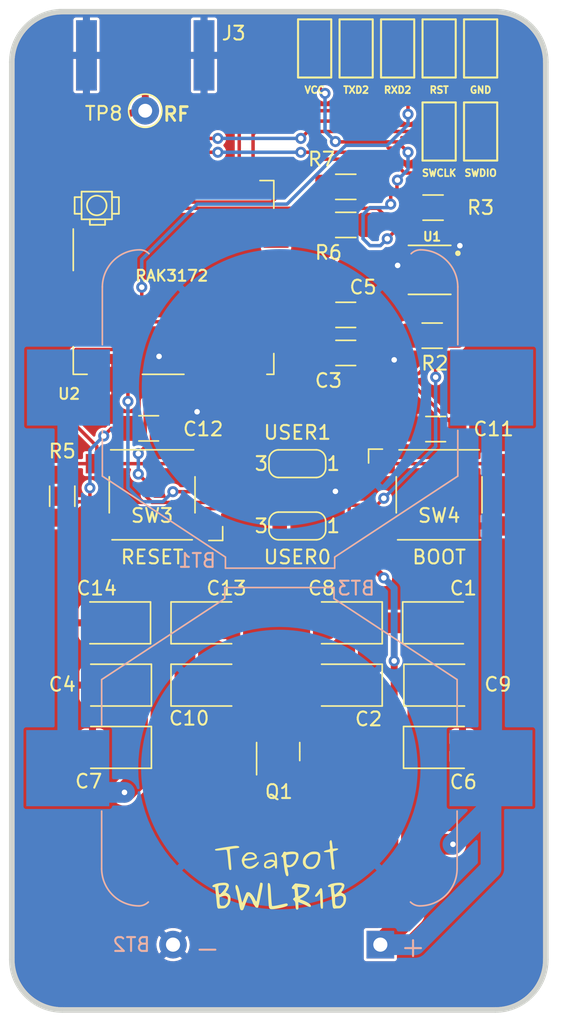
<source format=kicad_pcb>
(kicad_pcb (version 20211014) (generator pcbnew)
  (title_block (title "Teapot BWLR1B") (date "2022-07-06") (rev "1") (company "Teapot Laboratories"))
  (layers (0 "F.Cu" signal) (31 "B.Cu" signal) (34 "B.Paste" user) (35 "F.Paste" user) (36 "B.SilkS" user "B.Silkscreen") (37 "F.SilkS" user "F.Silkscreen") (38 "B.Mask" user) (39 "F.Mask" user) (44 "Edge.Cuts" user))
  (net 0 "")
  (net 1 "/BATT+")
  (net 2 "GND")
  (net 3 "/USER0")
  (net 4 "VCC")
  (net 5 "/USER1")
  (net 6 "/RST")
  (net 7 "/SWDIO")
  (net 8 "/SWCLK")
  (net 9 "/RXD2")
  (net 10 "/TXD2")
  (net 11 "/RF")
  (net 12 "Net-(R2-Pad2)")
  (net 13 "Net-(R3-Pad2)")
  (net 14 "/SDA")
  (net 15 "/SCL")
  (net 16 "Net-(SW4-Pad1)")
  (footprint "Capacitor_SMD:C_1206_3216Metric_Pad1.33x1.80mm_HandSolder" (layer "F.Cu") (at 158 58.75 180)
    (fp_text reference "C5")
    (fp_text value "100nF")
  )
  (footprint "Button_Switch_SMD:SW_SPST_Omron_B3FS-100xP" (layer "F.Cu") (at 164.75 71.75)
    (fp_text reference "SW4")
    (fp_text value "BOOT")
  )
  (footprint "TestPoint:TestPoint_Keystone_5019_Minature" (layer "F.Cu") (at 167.75 39.5 90)
    (fp_text reference "TP7")
    (fp_text value "GND")
  )
  (footprint "Teapot:RAK3172" (layer "F.Cu") (at 137.7975 63.545)
    (fp_text reference "U2")
    (fp_text value "RAK3172")
  )
  (footprint "TestPoint:TestPoint_Keystone_5019_Minature" (layer "F.Cu") (at 161.75 39.5 90)
    (fp_text reference "TP4")
    (fp_text value "RXD2")
  )
  (footprint "Teapot:TextLogo_Teapot" (layer "F.Cu") (at 153.85843 97.261173)
    (fp_text reference "REF**")
    (fp_text value "TextLogo_Teapot")
  )
  (footprint "Resistor_SMD:R_1206_3216Metric_Pad1.30x1.75mm_HandSolder" (layer "F.Cu") (at 158 49.5)
    (fp_text reference "R7")
    (fp_text value "10K")
  )
  (footprint "Jumper:SolderJumper-3_P1.3mm_Bridged12_RoundedPad1.0x1.5mm_NumberLabels" (layer "F.Cu") (at 154.5 74 180)
    (fp_text reference "JP1")
    (fp_text value "USER0")
  )
  (footprint "Capacitor_Tantalum_SMD:CP_EIA-3528-15_AVX-H_Pad1.50x2.35mm_HandSolder" (layer "F.Cu") (at 164.8375 85.5)
    (fp_text reference "C9")
    (fp_text value "330uF")
  )
  (footprint "Resistor_SMD:R_1206_3216Metric_Pad1.30x1.75mm_HandSolder" (layer "F.Cu") (at 164.25 60.25 180)
    (fp_text reference "R2")
    (fp_text value "10K")
  )
  (footprint "Teapot:SMA_Amphenol_132289_EdgeMount" (layer "F.Cu") (at 143.5 40 -90)
    (fp_text reference "J3")
    (fp_text value "915MHz SMA")
  )
  (footprint "TestPoint:TestPoint_Keystone_5019_Minature" (layer "F.Cu") (at 164.75 39.5 90)
    (fp_text reference "TP5")
    (fp_text value "RST")
  )
  (footprint "Capacitor_Tantalum_SMD:CP_EIA-3528-15_AVX-H_Pad1.50x2.35mm_HandSolder" (layer "F.Cu") (at 158 81 180)
    (fp_text reference "C8")
    (fp_text value "330uF")
  )
  (footprint "Capacitor_Tantalum_SMD:CP_EIA-3528-15_AVX-H_Pad1.50x2.35mm_HandSolder" (layer "F.Cu") (at 148 85.5)
    (fp_text reference "C10")
    (fp_text value "330uF")
  )
  (footprint "Capacitor_Tantalum_SMD:CP_EIA-3528-15_AVX-H_Pad1.50x2.35mm_HandSolder" (layer "F.Cu") (at 158 85.5 180)
    (fp_text reference "C2")
    (fp_text value "330uF")
  )
  (footprint "Capacitor_Tantalum_SMD:CP_EIA-3528-15_AVX-H_Pad1.50x2.35mm_HandSolder" (layer "F.Cu") (at 141.3125 85.5 180)
    (fp_text reference "C4")
    (fp_text value "330uF")
  )
  (footprint "Teapot:EdgeCut_BWLR2" (layer "F.Cu") (at 151.75 74.75)
    (fp_text reference "G***")
    (fp_text value "LOGO" hide)
    (fp_line (start -17.169881 -36.442702) (end -17.061525 -36.580587) (layer "Edge.Cuts") (width 0.402166))
    (fp_line (start -15.665753 33.934646) (end -15.827434 33.861551) (layer "Edge.Cuts") (width 0.402166))
    (fp_line (start 18.483735 33.934646) (end 18.317983 34) (layer "Edge.Cuts") (width 0.402166))
    (fp_line (start 19.376206 -37.082253) (end 19.512776 -36.964598) (layer "Edge.Cuts") (width 0.402166))
    (fp_line (start -17.895008 30.571479) (end -17.895007 -34.258848) (layer "Edge.Cuts") (width 0.402166))
    (fp_line (start -16.42886 -37.183723) (end -16.285757 -37.285486) (layer "Edge.Cuts") (width 0.402166))
    (fp_line (start 20.712992 30.571479) (end 20.708242 30.759307) (layer "Edge.Cuts") (width 0.402166))
    (fp_line (start -17.535078 32.153905) (end -17.608173 31.992224) (layer "Edge.Cuts") (width 0.402166))
    (fp_line (start 18.936986 -37.391055) (end 19.088012 -37.295606) (layer "Edge.Cuts") (width 0.402166))
    (fp_line (start -16.946804 33.025658) (end -17.061526 32.893219) (layer "Edge.Cuts") (width 0.402166))
    (fp_line (start 20.55522 -35.320397) (end 20.602912 -35.148537) (layer "Edge.Cuts") (width 0.402166))
    (fp_line (start -15.984815 33.780946) (end -16.137666 33.693058) (layer "Edge.Cuts") (width 0.402166))
    (fp_line (start -15.1572 34.10657) (end -15.330406 34.057384) (layer "Edge.Cuts") (width 0.402166))
    (fp_line (start -17.895008 30.571479) (end -17.895008 30.571479) (layer "Edge.Cuts") (width 0.402166))
    (fp_line (start 20.708242 30.759307) (end 20.694147 30.94467) (layer "Edge.Cuts") (width 0.402166))
    (fp_line (start 19.643929 -36.839788) (end 19.768739 -36.708635) (layer "Edge.Cuts") (width 0.402166))
    (fp_line (start -17.673527 31.826471) (end -17.730911 31.656877) (layer "Edge.Cuts") (width 0.402166))
    (fp_line (start 20.089629 32.612229) (end 19.987866 32.755333) (layer "Edge.Cuts") (width 0.402166))
    (fp_line (start 20.282998 -35.977599) (end 20.363024 -35.818432) (layer "Edge.Cuts") (width 0.402166))
    (fp_line (start 18.148389 34.057384) (end 17.975182 34.10657) (layer "Edge.Cuts") (width 0.402166))
    (fp_line (start 20.672991 -34.797843) (end 20.695131 -34.619606) (layer "Edge.Cuts") (width 0.402166))
    (fp_line (start -17.780096 31.483671) (end -17.820853 31.307081) (layer "Edge.Cuts") (width 0.402166))
    (fp_line (start 19.764788 33.025658) (end 19.643931 33.15242) (layer "Edge.Cuts") (width 0.402166))
    (fp_line (start -14.432837 34.216732) (end -14.618199 34.202637) (layer "Edge.Cuts") (width 0.402166))
    (fp_line (start 19.768739 -36.708635) (end 19.886395 -36.572065) (layer "Edge.Cuts") (width 0.402166))
    (fp_line (start 17.952679 -37.798768) (end 18.124539 -37.751076) (layer "Edge.Cuts") (width 0.402166))
    (fp_line (start -15.330406 34.057384) (end -15.5 34) (layer "Edge.Cuts") (width 0.402166))
    (fp_line (start -15.827433 -37.548919) (end -15.665752 -37.622013) (layer "Edge.Cuts") (width 0.402166))
    (fp_line (start -17.169882 32.755333) (end -17.271645 32.612229) (layer "Edge.Cuts") (width 0.402166))
    (fp_line (start -16.825947 -36.839788) (end -16.699185 -36.960645) (layer "Edge.Cuts") (width 0.402166))
    (fp_line (start 17.975182 34.10657) (end 17.798592 34.147326) (layer "Edge.Cuts") (width 0.402166))
    (fp_line (start -16.285758 33.598118) (end -16.428861 33.496355) (layer "Edge.Cuts") (width 0.402166))
    (fp_line (start 17.778395 -37.838067) (end 17.952679 -37.798768) (layer "Edge.Cuts") (width 0.402166))
    (fp_line (start -16.137665 -37.380426) (end -15.984814 -37.468313) (layer "Edge.Cuts") (width 0.402166))
    (fp_line (start -17.73091 -35.344247) (end -17.673526 -35.513841) (layer "Edge.Cuts") (width 0.402166))
    (fp_line (start -17.454472 -35.998655) (end -17.366584 -36.151506) (layer "Edge.Cuts") (width 0.402166))
    (fp_line (start 19.996772 -36.430377) (end 20.099748 -36.28387) (layer "Edge.Cuts") (width 0.402166))
    (fp_line (start -14.98061 34.147326) (end -15.1572 34.10657) (layer "Edge.Cuts") (width 0.402166))
    (fp_line (start -16.137666 33.693058) (end -16.285758 33.598118) (layer "Edge.Cuts") (width 0.402166))
    (fp_line (start 20.499259 -35.489532) (end 20.55522 -35.320397) (layer "Edge.Cuts") (width 0.402166))
    (fp_line (start -17.271645 32.612229) (end -17.366585 32.464137) (layer "Edge.Cuts") (width 0.402166))
    (fp_line (start -17.895007 -34.258848) (end -17.890258 -34.446677) (layer "Edge.Cuts") (width 0.402166))
    (fp_line (start -15.827434 33.861551) (end -15.984815 33.780946) (layer "Edge.Cuts") (width 0.402166))
    (fp_line (start 18.955649 33.693058) (end 18.802798 33.780946) (layer "Edge.Cuts") (width 0.402166))
    (fp_line (start 19.246844 33.496355) (end 19.103741 33.598118) (layer "Edge.Cuts") (width 0.402166))
    (fp_line (start -17.366585 32.464137) (end -17.454473 32.311286) (layer "Edge.Cuts") (width 0.402166))
    (fp_line (start 19.987866 32.755333) (end 19.879509 32.893219) (layer "Edge.Cuts") (width 0.402166))
    (fp_line (start 20.184569 32.464137) (end 20.089629 32.612229) (layer "Edge.Cuts") (width 0.402166))
    (fp_line (start -17.895007 -34.258848) (end -17.895007 -34.258848) (layer "Edge.Cuts") (width 0.402166))
    (fp_line (start -15.5 34) (end -15.665753 33.934646) (layer "Edge.Cuts") (width 0.402166))
    (fp_line (start -15.5 -37.687367) (end -15.330406 -37.744752) (layer "Edge.Cuts") (width 0.402166))
    (fp_line (start 17.243982 -37.904363) (end 17.423747 -37.890988) (layer "Edge.Cuts") (width 0.402166))
    (fp_line (start -17.535078 -35.841274) (end -17.454472 -35.998655) (layer "Edge.Cuts") (width 0.402166))
    (fp_line (start -17.890259 30.759307) (end -17.895008 30.571479) (layer "Edge.Cuts") (width 0.402166))
    (fp_line (start -16.699186 33.273276) (end -16.825948 33.15242) (layer "Edge.Cuts") (width 0.402166))
    (fp_line (start -17.061525 -36.580587) (end -16.946803 -36.713026) (layer "Edge.Cuts") (width 0.402166))
    (fp_line (start -14.245008 34.221482) (end -14.432837 34.216732) (layer "Edge.Cuts") (width 0.402166))
    (fp_line (start 17.250818 34.216732) (end 17.062989 34.221482) (layer "Edge.Cuts") (width 0.402166))
    (fp_line (start 17.436181 34.202637) (end 17.250818 34.216732) (layer "Edge.Cuts") (width 0.402166))
    (fp_line (start 20.602912 -35.148537) (end 20.64221 -34.974253) (layer "Edge.Cuts") (width 0.402166))
    (fp_line (start -17.852952 31.127338) (end -17.876164 30.94467) (layer "Edge.Cuts") (width 0.402166))
    (fp_line (start -17.366584 -36.151506) (end -17.271644 -36.299598) (layer "Edge.Cuts") (width 0.402166))
    (fp_line (start -14.800867 34.179425) (end -14.98061 34.147326) (layer "Edge.Cuts") (width 0.402166))
    (fp_line (start -16.825948 33.15242) (end -16.946804 33.025658) (layer "Edge.Cuts") (width 0.402166))
    (fp_line (start 17.601984 -37.868848) (end 17.778395 -37.838067) (layer "Edge.Cuts") (width 0.402166))
    (fp_line (start 18.78174 -37.478855) (end 18.936986 -37.391055) (layer "Edge.Cuts") (width 0.402166))
    (fp_line (start 18.802798 33.780946) (end 18.645417 33.861551) (layer "Edge.Cuts") (width 0.402166))
    (fp_line (start 17.798592 34.147326) (end 17.618849 34.179425) (layer "Edge.Cuts") (width 0.402166))
    (fp_line (start -16.428861 33.496355) (end -16.566747 33.387998) (layer "Edge.Cuts") (width 0.402166))
    (fp_line (start -14.245007 -37.908848) (end 17.062989 -37.908848) (layer "Edge.Cuts") (width 0.402166))
    (fp_line (start 17.618849 34.179425) (end 17.436181 34.202637) (layer "Edge.Cuts") (width 0.402166))
    (fp_line (start -17.852951 -34.814707) (end -17.820852 -34.994451) (layer "Edge.Cuts") (width 0.402166))
    (fp_line (start 17.062989 34.221482) (end -14.245008 34.221482) (layer "Edge.Cuts") (width 0.402166))
    (fp_line (start -16.946803 -36.713026) (end -16.825947 -36.839788) (layer "Edge.Cuts") (width 0.402166))
    (fp_line (start 20.363024 -35.818432) (end 20.435152 -35.655643) (layer "Edge.Cuts") (width 0.402166))
    (fp_line (start -16.285757 -37.285486) (end -16.137665 -37.380426) (layer "Edge.Cuts") (width 0.402166))
    (fp_line (start -14.618199 34.202637) (end -14.800867 34.179425) (layer "Edge.Cuts") (width 0.402166))
    (fp_line (start 20.548895 31.656877) (end 20.491511 31.826471) (layer "Edge.Cuts") (width 0.402166))
    (fp_line (start -16.566747 33.387998) (end -16.699186 33.273276) (layer "Edge.Cuts") (width 0.402166))
    (fp_line (start 19.879509 32.893219) (end 19.764788 33.025658) (layer "Edge.Cuts") (width 0.402166))
    (fp_line (start 19.643929 -36.839788) (end 19.643929 -36.839788) (layer "Edge.Cuts") (width 0.402166))
    (fp_line (start 19.234518 -37.19263) (end 19.376206 -37.082253) (layer "Edge.Cuts") (width 0.402166))
    (fp_line (start -16.699185 -36.960645) (end -16.566746 -37.075366) (layer "Edge.Cuts") (width 0.402166))
    (fp_line (start -17.895007 -34.258848) (end -17.895007 -34.258848) (layer "Edge.Cuts") (width 0.402166))
    (fp_line (start -17.820853 31.307081) (end -17.852952 31.127338) (layer "Edge.Cuts") (width 0.402166))
    (fp_line (start 18.124539 -37.751076) (end 18.293673 -37.695115) (layer "Edge.Cuts") (width 0.402166))
    (fp_line (start -15.984814 -37.468313) (end -15.827433 -37.548919) (layer "Edge.Cuts") (width 0.402166))
    (fp_line (start -17.876163 -34.63204) (end -17.852951 -34.814707) (layer "Edge.Cuts") (width 0.402166))
    (fp_line (start -14.98061 -37.834693) (end -14.800866 -37.866792) (layer "Edge.Cuts") (width 0.402166))
    (fp_line (start -17.271644 -36.299598) (end -17.169881 -36.442702) (layer "Edge.Cuts") (width 0.402166))
    (fp_line (start -14.432836 -37.904099) (end -14.245007 -37.908848) (layer "Edge.Cuts") (width 0.402166))
    (fp_line (start -17.820852 -34.994451) (end -17.780096 -35.17104) (layer "Edge.Cuts") (width 0.402166))
    (fp_line (start 19.088012 -37.295606) (end 19.234518 -37.19263) (layer "Edge.Cuts") (width 0.402166))
    (fp_line (start -14.618199 -37.890004) (end -14.432836 -37.904099) (layer "Edge.Cuts") (width 0.402166))
    (fp_line (start 17.062989 -37.908848) (end 17.062989 -37.908848) (layer "Edge.Cuts") (width 0.402166))
    (fp_line (start -17.061526 32.893219) (end -17.169882 32.755333) (layer "Edge.Cuts") (width 0.402166))
    (fp_line (start 19.643931 33.15242) (end 19.517169 33.273276) (layer "Edge.Cuts") (width 0.402166))
    (fp_line (start 19.38473 33.387998) (end 19.246844 33.496355) (layer "Edge.Cuts") (width 0.402166))
    (fp_line (start -16.566746 -37.075366) (end -16.42886 -37.183723) (layer "Edge.Cuts") (width 0.402166))
    (fp_line (start 20.708506 -34.439841) (end 20.712992 -34.258848) (layer "Edge.Cuts") (width 0.402166))
    (fp_line (start -14.245007 -37.908848) (end -14.245007 -37.908848) (layer "Edge.Cuts") (width 0.402166))
    (fp_line (start 18.459785 -37.631009) (end 18.622574 -37.55888) (layer "Edge.Cuts") (width 0.402166))
    (fp_line (start 19.517169 33.273276) (end 19.38473 33.387998) (layer "Edge.Cuts") (width 0.402166))
    (fp_line (start 17.062989 -37.908848) (end 17.243982 -37.904363) (layer "Edge.Cuts") (width 0.402166))
    (fp_line (start 20.712992 30.571479) (end 20.712992 30.571479) (layer "Edge.Cuts") (width 0.402166))
    (fp_line (start 18.622574 -37.55888) (end 18.78174 -37.478855) (layer "Edge.Cuts") (width 0.402166))
    (fp_line (start 20.353062 32.153905) (end 20.272456 32.311286) (layer "Edge.Cuts") (width 0.402166))
    (fp_line (start 20.59808 31.483671) (end 20.548895 31.656877) (layer "Edge.Cuts") (width 0.402166))
    (fp_line (start -17.608172 -35.679593) (end -17.535078 -35.841274) (layer "Edge.Cuts") (width 0.402166))
    (fp_line (start 17.423747 -37.890988) (end 17.601984 -37.868848) (layer "Edge.Cuts") (width 0.402166))
    (fp_line (start 19.886395 -36.572065) (end 19.996772 -36.430377) (layer "Edge.Cuts") (width 0.402166))
    (fp_line (start 20.426157 31.992224) (end 20.353062 32.153905) (layer "Edge.Cuts") (width 0.402166))
    (fp_line (start -15.665752 -37.622013) (end -15.5 -37.687367) (layer "Edge.Cuts") (width 0.402166))
    (fp_line (start 18.645417 33.861551) (end 18.483735 33.934646) (layer "Edge.Cuts") (width 0.402166))
    (fp_line (start 20.712992 -34.258848) (end 20.712992 30.571479) (layer "Edge.Cuts") (width 0.402166))
    (fp_line (start 20.638837 31.307081) (end 20.59808 31.483671) (layer "Edge.Cuts") (width 0.402166))
    (fp_line (start -17.730911 31.656877) (end -17.780096 31.483671) (layer "Edge.Cuts") (width 0.402166))
    (fp_line (start 20.694147 30.94467) (end 20.670936 31.127338) (layer "Edge.Cuts") (width 0.402166))
    (fp_line (start 20.272456 32.311286) (end 20.184569 32.464137) (layer "Edge.Cuts") (width 0.402166))
    (fp_line (start -17.876164 30.94467) (end -17.890259 30.759307) (layer "Edge.Cuts") (width 0.402166))
    (fp_line (start -17.780096 -35.17104) (end -17.73091 -35.344247) (layer "Edge.Cuts") (width 0.402166))
    (fp_line (start 20.099748 -36.28387) (end 20.195198 -36.132845) (layer "Edge.Cuts") (width 0.402166))
    (fp_line (start 17.062989 34.221482) (end 17.062989 34.221482) (layer "Edge.Cuts") (width 0.402166))
    (fp_line (start 20.670936 31.127338) (end 20.638837 31.307081) (layer "Edge.Cuts") (width 0.402166))
    (fp_line (start -17.673526 -35.513841) (end -17.608172 -35.679593) (layer "Edge.Cuts") (width 0.402166))
    (fp_line (start 20.64221 -34.974253) (end 20.672991 -34.797843) (layer "Edge.Cuts") (width 0.402166))
    (fp_line (start -14.800866 -37.866792) (end -14.618199 -37.890004) (layer "Edge.Cuts") (width 0.402166))
    (fp_line (start 20.195198 -36.132845) (end 20.282998 -35.977599) (layer "Edge.Cuts") (width 0.402166))
    (fp_line (start -17.890258 -34.446677) (end -17.876163 -34.63204) (layer "Edge.Cuts") (width 0.402166))
    (fp_line (start -15.330406 -37.744752) (end -15.157199 -37.793937) (layer "Edge.Cuts") (width 0.402166))
    (fp_line (start -17.454473 32.311286) (end -17.535078 32.153905) (layer "Edge.Cuts") (width 0.402166))
    (fp_line (start 20.435152 -35.655643) (end 20.499259 -35.489532) (layer "Edge.Cuts") (width 0.402166))
    (fp_line (start 20.491511 31.826471) (end 20.426157 31.992224) (layer "Edge.Cuts") (width 0.402166))
    (fp_line (start -14.245008 34.221482) (end -14.245008 34.221482) (layer "Edge.Cuts") (width 0.402166))
    (fp_line (start 18.317983 34) (end 18.148389 34.057384) (layer "Edge.Cuts") (width 0.402166))
    (fp_line (start 19.103741 33.598118) (end 18.955649 33.693058) (layer "Edge.Cuts") (width 0.402166))
    (fp_line (start 20.712992 -34.258848) (end 20.712992 -34.258848) (layer "Edge.Cuts") (width 0.402166))
    (fp_line (start 18.293673 -37.695115) (end 18.459785 -37.631009) (layer "Edge.Cuts") (width 0.402166))
    (fp_line (start -17.608173 31.992224) (end -17.673527 31.826471) (layer "Edge.Cuts") (width 0.402166))
    (fp_line (start -15.157199 -37.793937) (end -14.98061 -37.834693) (layer "Edge.Cuts") (width 0.402166))
    (fp_line (start 19.512776 -36.964598) (end 19.643929 -36.839788) (layer "Edge.Cuts") (width 0.402166))
    (fp_line (start 20.695131 -34.619606) (end 20.708506 -34.439841) (layer "Edge.Cuts") (width 0.402166))
  )
  (footprint "Capacitor_SMD:C_1206_3216Metric_Pad1.33x1.80mm_HandSolder" (layer "F.Cu") (at 143.75 66.95 180)
    (fp_text reference "C12")
    (fp_text value "100nF")
  )
  (footprint "Resistor_SMD:R_1206_3216Metric_Pad1.30x1.75mm_HandSolder" (layer "F.Cu") (at 137.5 71.85 90)
    (fp_text reference "R5")
    (fp_text value "1K")
  )
  (footprint "Button_Switch_SMD:SW_SPST_Omron_B3FS-100xP" (layer "F.Cu") (at 144 71.75 180)
    (fp_text reference "SW3")
    (fp_text value "RESET")
  )
  (footprint "Capacitor_Tantalum_SMD:CP_EIA-3528-15_AVX-H_Pad1.50x2.35mm_HandSolder" (layer "F.Cu") (at 148 81)
    (fp_text reference "C13")
    (fp_text value "330uF")
  )
  (footprint "TestPoint:TestPoint_THTPad_D2.0mm_Drill1.0mm" (layer "F.Cu") (at 143.5 44)
    (fp_text reference "TP8")
    (fp_text value "RF")
  )
  (footprint "Capacitor_Tantalum_SMD:CP_EIA-3528-15_AVX-H_Pad1.50x2.35mm_HandSolder" (layer "F.Cu") (at 141.25 81 180)
    (fp_text reference "C14")
    (fp_text value "330uF")
  )
  (footprint "TestPoint:TestPoint_Keystone_5019_Minature" (layer "F.Cu") (at 158.75 39.5 90)
    (fp_text reference "TP2")
    (fp_text value "TXD2")
  )
  (footprint "Resistor_SMD:R_1206_3216Metric_Pad1.30x1.75mm_HandSolder" (layer "F.Cu") (at 164.3125 51)
    (fp_text reference "R3")
    (fp_text value "10K")
  )
  (footprint "TestPoint:TestPoint_Keystone_5019_Minature" (layer "F.Cu") (at 155.75 39.5 90)
    (fp_text reference "TP1")
    (fp_text value "VCC")
  )
  (footprint "Capacitor_Tantalum_SMD:CP_EIA-3528-15_AVX-H_Pad1.50x2.35mm_HandSolder" (layer "F.Cu") (at 164.8125 90)
    (fp_text reference "C6")
    (fp_text value "330uF")
  )
  (footprint "TestPoint:TestPoint_Keystone_5019_Minature" (layer "F.Cu") (at 164.75 45.5 -90)
    (fp_text reference "TP6")
    (fp_text value "SWCLK")
  )
  (footprint "Capacitor_Tantalum_SMD:CP_EIA-3528-15_AVX-H_Pad1.50x2.35mm_HandSolder" (layer "F.Cu") (at 164.75 81)
    (fp_text reference "C1")
    (fp_text value "330uF")
  )
  (footprint "Resistor_SMD:R_1206_3216Metric_Pad1.30x1.75mm_HandSolder" (layer "F.Cu") (at 158 52.25)
    (fp_text reference "R6")
    (fp_text value "10K")
  )
  (footprint "Capacitor_SMD:C_1206_3216Metric_Pad1.33x1.80mm_HandSolder" (layer "F.Cu") (at 164.5 67)
    (fp_text reference "C11")
    (fp_text value "100nF")
  )
  (footprint "Teapot:BME680-PSON80P300X300X100-8N" (layer "F.Cu") (at 164.0625 55.5)
    (fp_text reference "U1")
    (fp_text value "BME680")
  )
  (footprint "Jumper:SolderJumper-3_P1.3mm_Bridged12_RoundedPad1.0x1.5mm_NumberLabels" (layer "F.Cu") (at 154.5 69.5 180)
    (fp_text reference "JP2")
    (fp_text value "USER1")
  )
  (footprint "Package_TO_SOT_SMD:SOT-23" (layer "F.Cu") (at 153.1125 90.3 90)
    (fp_text reference "Q1")
    (fp_text value "AO3407")
  )
  (footprint "Capacitor_SMD:C_1206_3216Metric_Pad1.33x1.80mm_HandSolder" (layer "F.Cu") (at 158 61.5 180)
    (fp_text reference "C3")
    (fp_text value "100nF")
  )
  (footprint "Capacitor_Tantalum_SMD:CP_EIA-3528-15_AVX-H_Pad1.50x2.35mm_HandSolder" (layer "F.Cu") (at 141.3125 90 180)
    (fp_text reference "C7")
    (fp_text value "330uF")
  )
  (footprint "Teapot:TextLogo_BWLR1B" (layer "F.Cu") (at 153.21686 100.761173)
    (fp_text reference "G***")
    (fp_text value "LOGO" hide)
  )
  (footprint "TestPoint:TestPoint_Keystone_5019_Minature" (layer "F.Cu") (at 167.75 45.5 -90)
    (fp_text reference "TP3")
    (fp_text value "SWDIO")
  )
  (footprint "Teapot:BatteryHolder_Keystone_3008_1x2450" (layer "B.Cu") (at 153.2 91.5 180)
    (fp_text reference "BT3")
    (fp_text value "CR2450")
  )
  (footprint "Teapot:BatteryHolder_Keystone_2462_2xAA" (layer "B.Cu") (at 160.5 104.25 90)
    (fp_text reference "BT2")
    (fp_text value "2x AA")
  )
  (footprint "Teapot:BatteryHolder_Keystone_3008_1x2450" (layer "B.Cu") (at 153.25 64)
    (fp_text reference "BT1")
    (fp_text value "CR2450")
  )
  (gr_text "RF" (at 145.75 44.25) (layer "F.SilkS") (effects (font (size 1 1) (thickness 0.2))))
  (segment (start 152.75 89) (end 153.1125 89.3625) (width 1.5) (layer "F.Cu") (net 1))
  (segment (start 142.9375 81.0625) (end 142.875 81) (width 1.5) (layer "F.Cu") (net 1))
  (segment (start 163.2125 85.5) (end 163.2125 89.975) (width 1.5) (layer "F.Cu") (net 1))
  (segment (start 162.75 98) (end 162.75 90.4375) (width 1.5) (layer "F.Cu") (net 1))
  (segment (start 163.125 81) (end 163.125 85.4125) (width 1.5) (layer "F.Cu") (net 1))
  (segment (start 163.2125 89.975) (end 163.1875 90) (width 1.5) (layer "F.Cu") (net 1))
  (segment (start 163.75 97) (end 162.75 98) (width 1.5) (layer "F.Cu") (net 1))
  (segment (start 158.3875 89.3625) (end 159.625 88.125) (width 1.5) (layer "F.Cu") (net 1))
  (segment (start 142.9375 90) (end 142.9375 85.5) (width 1.5) (layer "F.Cu") (net 1))
  (segment (start 160.5 104.25) (end 162.75 102) (width 1.5) (layer "F.Cu") (net 1))
  (segment (start 149.25 89) (end 152.75 89) (width 1.5) (layer "F.Cu") (net 1))
  (segment (start 142.875 81) (end 146.375 81) (width 1.5) (layer "F.Cu") (net 1))
  (segment (start 142.9375 92.3125) (end 142 93.25) (width 1.5) (layer "F.Cu") (net 1))
  (segment (start 142.9375 90) (end 142.9375 92.3125) (width 1.5) (layer "F.Cu") (net 1))
  (segment (start 142.9375 85.5) (end 142.9375 81.0625) (width 1.5) (layer "F.Cu") (net 1))
  (segment (start 163.125 85.4125) (end 163.2125 85.5) (width 1.5) (layer "F.Cu") (net 1))
  (segment (start 162.75 90.4375) (end 163.1875 90) (width 1.5) (layer "F.Cu") (net 1))
  (segment (start 148.25 90) (end 149.25 89) (width 1.5) (layer "F.Cu") (net 1))
  (segment (start 159.625 81) (end 163.125 81) (width 1.5) (layer "F.Cu") (net 1))
  (segment (start 146.375 81) (end 146.375 85.5) (width 1.5) (layer "F.Cu") (net 1))
  (segment (start 159.625 85.5) (end 159.625 81) (width 1.5) (layer "F.Cu") (net 1))
  (segment (start 162.75 102) (end 162.75 98) (width 1.5) (layer "F.Cu") (net 1))
  (segment (start 159.625 88.125) (end 159.625 85.5) (width 1.5) (layer "F.Cu") (net 1))
  (segment (start 153.1125 89.3625) (end 158.3875 89.3625) (width 1.5) (layer "F.Cu") (net 1))
  (segment (start 142.9375 90) (end 148.25 90) (width 1.5) (layer "F.Cu") (net 1))
  (segment (start 165.75 97) (end 163.75 97) (width 1.5) (layer "F.Cu") (net 1))
  (via (at 142 93.25) (size 0.8) (drill 0.4) (layers "F.Cu" "B.Cu") (net 1))
  (via (at 165.75 97) (size 0.8) (drill 0.4) (layers "F.Cu" "B.Cu") (net 1))
  (segment (start 139.65 93.25) (end 137.9 91.5) (width 1.5) (layer "B.Cu") (net 1))
  (segment (start 168.55 64) (end 168.55 91.45) (width 1.5) (layer "B.Cu") (net 1))
  (segment (start 168.5 91.5) (end 168.5 94.25) (width 1.5) (layer "B.Cu") (net 1))
  (segment (start 168.5 94.25) (end 165.75 97) (width 1.5) (layer "B.Cu") (net 1))
  (segment (start 160.5 104.25) (end 163 104.25) (width 1.5) (layer "B.Cu") (net 1))
  (segment (start 168.55 91.45) (end 168.5 91.5) (width 1.5) (layer "B.Cu") (net 1))
  (segment (start 168.5 98.75) (end 168.5 91.5) (width 1.5) (layer "B.Cu") (net 1))
  (segment (start 137.9 64.05) (end 137.95 64) (width 1.5) (layer "B.Cu") (net 1))
  (segment (start 163 104.25) (end 168.5 98.75) (width 1.5) (layer "B.Cu") (net 1))
  (segment (start 142 93.25) (end 139.65 93.25) (width 1.5) (layer "B.Cu") (net 1))
  (segment (start 137.9 91.5) (end 137.9 64.05) (width 1.5) (layer "B.Cu") (net 1))
  (segment (start 161 61.5) (end 161.5 62) (width 0.5) (layer "F.Cu") (net 2))
  (segment (start 156.75 69.5) (end 157 69.75) (width 0.25) (layer "F.Cu") (net 2))
  (segment (start 165.25 54.3) (end 165.7 54.3) (width 0.25) (layer "F.Cu") (net 2))
  (segment (start 159.5625 58.75) (end 160 58.75) (width 0.5) (layer "F.Cu") (net 2))
  (segment (start 167.75 39.5) (end 167.75 40) (width 0.25) (layer "F.Cu") (net 2))
  (segment (start 139.6875 81.0625) (end 139.625 81) (width 1.5) (layer "F.Cu") (net 2))
  (segment (start 162.875 55.1) (end 161.8255 55.1) (width 0.25) (layer "F.Cu") (net 2))
  (segment (start 159.5625 61.5) (end 161 61.5) (width 0.5) (layer "F.Cu") (net 2))
  (segment (start 157.25 70) (end 157.25 71.5) (width 0.25) (layer "F.Cu") (net 2))
  (segment (start 155.8 69.5) (end 155.8 74) (width 0.25) (layer "F.Cu") (net 2))
  (segment (start 165.7 54.3) (end 166.25 53.75) (width 0.25) (layer "F.Cu") (net 2))
  (segment (start 161.8255 55.1) (end 161.75 55.1755) (width 0.25) (layer "F.Cu") (net 2))
  (segment (start 145.3125 66.95) (end 145.3125 67.487248) (width 0.25) (layer "F.Cu") (net 2))
  (segment (start 159.5625 58.75) (end 159.5625 61.5) (width 0.5) (layer "F.Cu") (net 2))
  (segment (start 155.8 69.5) (end 156.75 69.5) (width 0.25) (layer "F.Cu") (net 2))
  (segment (start 157 69.75) (end 157.25 70) (width 0.25) (layer "F.Cu") (net 2))
  (via (at 157.25 71.5) (size 0.8) (drill 0.4) (layers "F.Cu" "B.Cu") (net 2))
  (via (at 161.75 55.1755) (size 0.8) (drill 0.4) (layers "F.Cu" "B.Cu") (net 2))
  (via (at 166.25 53.75) (size 0.8) (drill 0.4) (layers "F.Cu" "B.Cu") (net 2))
  (via (at 161.5 62) (size 0.8) (drill 0.4) (layers "F.Cu" "B.Cu") (net 2))
  (via (at 144.5 61.75) (size 0.8) (drill 0.4) (layers "F.Cu" "B.Cu") (net 2))
  (via (at 147.25 65.75) (size 0.8) (drill 0.4) (layers "F.Cu" "B.Cu") (net 2))
  (segment (start 156 66.75) (end 153.25 64) (width 1.5) (layer "B.Cu") (net 2))
  (segment (start 155.25 62) (end 153.25 64) (width 0.5) (layer "B.Cu") (net 2))
  (segment (start 157.25 68) (end 153.25 64) (width 0.25) (layer "B.Cu") (net 2))
  (segment (start 157.25 71.5) (end 157.25 68) (width 0.25) (layer "B.Cu") (net 2))
  (segment (start 158 68.75) (end 153.25 64) (width 0.5) (layer "B.Cu") (net 2))
  (segment (start 157.5 68.25) (end 153.25 64) (width 0.25) (layer "B.Cu") (net 2))
  (segment (start 161.5 62) (end 155.25 62) (width 0.5) (layer "B.Cu") (net 2))
  (segment (start 143 68.7755) (end 143.5 68.2755) (width 0.25) (layer "F.Cu") (net 3))
  (segment (start 143.5 71.75) (end 143.5 70.75) (width 0.25) (layer "F.Cu") (net 3))
  (segment (start 144 72.3) (end 143.5 71.8) (width 0.25) (layer "F.Cu") (net 3))
  (segment (start 154.5 74) (end 154.5 73) (width 0.25) (layer "F.Cu") (net 3))
  (segment (start 143.5 68.2755) (end 143.5 65) (width 0.25) (layer "F.Cu") (net 3))
  (segment (start 143.5 65) (end 145.1 63.4) (width 0.25) (layer "F.Cu") (net 3))
  (segment (start 143.5 71.8) (end 143.5 71.75) (width 0.25) (layer "F.Cu") (net 3))
  (segment (start 153.8 72.3) (end 144 72.3) (width 0.25) (layer "F.Cu") (net 3))
  (segment (start 143.5 70.75) (end 143 70.25) (width 0.25) (layer "F.Cu") (net 3))
  (segment (start 154.5 73) (end 153.8 72.3) (width 0.25) (layer "F.Cu") (net 3))
  (segment (start 145.1 63.4) (end 147.2975 63.4) (width 0.25) (layer "F.Cu") (net 3))
  (via (at 143 68.7755) (size 0.8) (drill 0.4) (layers "F.Cu" "B.Cu") (net 3))
  (via (at 143 70.25) (size 0.8) (drill 0.4) (layers "F.Cu" "B.Cu") (net 3))
  (segment (start 143 70.25) (end 143 68.7755) (width 0.25) (layer "B.Cu") (net 3))
  (segment (start 155.75 42) (end 156.5 42.75) (width 0.25) (layer "F.Cu") (net 4))
  (segment (start 153.2 75.2) (end 154 76) (width 0.25) (layer "F.Cu") (net 4))
  (segment (start 141.05 66.95) (end 140.5 67.5) (width 0.25) (layer "F.Cu") (net 4))
  (segment (start 156.4375 61.5) (end 156.4375 58.75) (width 0.25) (layer "F.Cu") (net 4))
  (segment (start 139.5 71.25) (end 139.5 72.25) (width 0.25) (layer "F.Cu") (net 4))
  (segment (start 142.1875 66.95) (end 141.05 66.95) (width 0.25) (layer "F.Cu") (net 4))
  (segment (start 162.525305 51) (end 162.7625 51) (width 0.25) (layer "F.Cu") (net 4))
  (segment (start 169.25 56.25) (end 169.25 50.25) (width 0.25) (layer "F.Cu") (net 4))
  (segment (start 161.7 49.05) (end 161.7 50.174695) (width 0.25) (layer "F.Cu") (net 4))
  (segment (start 165.8 60.45) (end 165.8 60.25) (width 0.25) (layer "F.Cu") (net 4))
  (segment (start 164 57.25) (end 164 56.25) (width 0.25) (layer "F.Cu") (net 4))
  (segment (start 161 51.75) (end 162.0125 51.75) (width 0.25) (layer "F.Cu") (net 4))
  (segment (start 160.75 90.25) (end 161.5 89.5) (width 0.5) (layer "F.Cu") (net 4))
  (segment (start 161.75 46.25) (end 162.5 47) (width 0.25) (layer "F.Cu") (net 4))
  (segment (start 165.8 59.05) (end 164 57.25) (width 0.25) (layer "F.Cu") (net 4))
  (segment (start 164.5 63.25) (end 164.5 61.75) (width 0.25) (layer "F.Cu") (net 4))
  (segment (start 160.25 72.5) (end 160.75 72) (width 0.25) (layer "F.Cu") (net 4))
  (segment (start 167 57.75) (end 167.75 57.75) (width 0.25) (layer "F.Cu") (net 4))
  (segment (start 162.0125 51.75) (end 162.7625 51) (width 0.25) (layer "F.Cu") (net 4))
  (segment (start 159.7625 91.2375) (end 160.75 90.25) (width 0.5) (layer "F.Cu") (net 4))
  (segment (start 164.5 61.75) (end 165.8 60.45) (width 0.25) (layer "F.Cu") (net 4))
  (segment (start 159.05 51.05) (end 160.3 51.05) (width 0.25) (layer "F.Cu") (net 4))
  (segment (start 162.7625 49.9875) (end 162.7625 51) (width 0.25) (layer "F.Cu") (net 4))
  (segment (start 165.8 60.25) (end 165.8 58.95) (width 0.25) (layer "F.Cu") (net 4))
  (segment (start 154.25 66.75) (end 153.2 67.8) (width 0.25) (layer "F.Cu") (net 4))
  (segment (start 151.2975 67.5975) (end 151.2975 63.4) (width 0.25) (layer "F.Cu") (net 4))
  (segment (start 158.25 67.5) (end 157.5 66.75) (width 0.25) (layer "F.Cu") (net 4))
  (segment (start 156.4375 58.75) (end 156.4375 55.4125) (width 0.25) (layer "F.Cu") (net 4))
  (segment (start 165.8 58.95) (end 167 57.75) (width 0.25) (layer "F.Cu") (net 4))
  (segment (start 157.25 76) (end 158.25 75) (width 0.25) (layer "F.Cu") (net 4))
  (segment (start 161.7 50.174695) (end 162.525305 51) (width 0.25) (layer "F.Cu") (net 4))
  (segment (start 158.25 72.5) (end 160.25 72.5) (width 0.25) (layer "F.Cu") (net 4))
  (segment (start 167.75 57.75) (end 169.25 56.25) (width 0.25) (layer "F.Cu") (net 4))
  (segment (start 151.95 72.75) (end 153.2 74) (width 0.25) (layer "F.Cu") (net 4))
  (segment (start 161.737701 49.012299) (end 161.7 49.05) (width 0.25) (layer "F.Cu") (net 4))
  (segment (start 157.25 46.2245) (end 157.2755 46.25) (width 0.25) (layer "F.Cu") (net 4))
  (segment (start 153.2 74) (end 153.2 75.2) (width 0.25) (layer "F.Cu") (net 4))
  (segment (start 168.25 49.25) (end 163.5 49.25) (width 0.25) (layer "F.Cu") (net 4))
  (segment (start 164 56.25) (end 163.65 55.9) (width 0.25) (layer "F.Cu") (net 4))
  (segment (start 165.8 60.25) (end 165.8 59.05) (width 0.25) (layer "F.Cu") (net 4))
  (segment (start 157.5 63) (end 163.25 63) (width 0.25) (layer "F.Cu") (net 4))
  (segment (start 140.5 72.25) (end 141 72.75) (width 0.25) (layer "F.Cu") (net 4))
  (segment (start 169.25 50.25) (end 168.25 49.25) (width 0.25) (layer "F.Cu") (net 4))
  (segment (start 161.3 55.9) (end 159.7 54.3) (width 0.25) (layer "F.Cu") (net 4))
  (segment (start 159.7 54.3) (end 162.875 54.3) (width 0.25) (layer "F.Cu") (net 4))
  (segment (start 158.25 75.25) (end 158.25 75) (width 0.5) (layer "F.Cu") (net 4))
  (segment (start 156.45 53.2) (end 157.55 54.3) (width 0.25) (layer "F.Cu") (net 4))
  (segment (start 160.75 77.75) (end 158.25 75.25) (width 0.5) (layer "F.Cu") (net 4))
  (segment (start 158.25 75) (end 158.25 72.5) (width 0.25) (layer "F.Cu") (net 4))
  (segment (start 157.55 54.3) (end 159.7 54.3) (width 0.25) (layer "F.Cu") (net 4))
  (segment (start 156.45 52.25) (end 156.45 53.2) (width 0.25) (layer "F.Cu") (net 4))
  (segment (start 163.65 55.9) (end 162.875 55.9) (width 0.25) (layer "F.Cu") (net 4))
  (segment (start 139.5 72.25) (end 140.5 72.25) (width 0.25) (layer "F.Cu") (net 4))
  (segment (start 157.5 49.5) (end 159.05 51.05) (width 0.25) (layer "F.Cu") (net 4))
  (segment (start 156.4375 61.5) (end 156.4375 61.9375) (width 0.25) (layer "F.Cu") (net 4))
  (segment (start 163.5 49.25) (end 162.7625 49.9875) (width 0.25) (layer "F.Cu") (net 4))
  (segment (start 162.875 55.9) (end 161.3 55.9) (width 0.25) (layer "F.Cu") (net 4))
  (segment (start 153.2 69.5) (end 151.2975 67.5975) (width 0.25) (layer "F.Cu") (net 4))
  (segment (start 154 76) (end 157.25 76) (width 0.25) (layer "F.Cu") (net 4))
  (segment (start 156.4375 55.4125) (end 157.55 54.3) (width 0.25) (layer "F.Cu") (net 4))
  (segment (start 160.3 51.05) (end 161 51.75) (width 0.25) (layer "F.Cu") (net 4))
  (segment (start 154.0625 91.2375) (end 159.7625 91.2375) (width 0.5) (layer "F.Cu") (net 4))
  (segment (start 141 72.75) (end 151.95 72.75) (width 0.25) (layer "F.Cu") (net 4))
  (segment (start 138.65 72.25) (end 139.5 72.25) (width 0.25) (layer "F.Cu") (net 4))
  (segment (start 158.25 72.5) (end 158.25 67.5) (width 0.25) (layer "F.Cu") (net 4))
  (segment (start 153.2 67.8) (end 153.2 69.5) (width 0.25) (layer "F.Cu") (net 4))
  (segment (start 155.75 39.5) (end 155.75 42) (width 0.25) (layer "F.Cu") (net 4))
  (segment (start 157.5 66.75) (end 154.25 66.75) (width 0.25) (layer "F.Cu") (net 4))
  (segment (start 157.2755 46.25) (end 161.75 46.25) (width 0.25) (layer "F.Cu") (net 4))
  (segment (start 156.4375 61.9375) (end 157.5 63) (width 0.25) (layer "F.Cu") (net 4))
  (segment (start 161.5 89.5) (end 161.5 83.75) (width 0.5) (layer "F.Cu") (net 4))
  (segment (start 137.5 73.4) (end 138.65 72.25) (width 0.25) (layer "F.Cu") (net 4))
  (segment (start 163.25 63) (end 164.5 61.75) (width 0.25) (layer "F.Cu") (net 4))
  (segment (start 156.45 49.5) (end 157.5 49.5) (width 0.25) (layer "F.Cu") (net 4))
  (via (at 162.5 47) (size 0.8) (drill 0.4) (layers "F.Cu" "B.Cu") (net 4))
  (via (at 157.25 46.2245) (size 0.8) (drill 0.4) (layers "F.Cu" "B.Cu") (net 4))
  (via (at 156.5 42.75) (size 0.8) (drill 0.4) (layers "F.Cu" "B.Cu") (net 4))
  (via (at 161.737701 49.012299) (size 0.8) (drill 0.4) (layers "F.Cu" "B.Cu") (net 4))
  (via (at 139.5 71.25) (size 0.8) (drill 0.4) (layers "F.Cu" "B.Cu") (net 4))
  (via (at 160.75 72) (size 0.8) (drill 0.4) (layers "F.Cu" "B.Cu") (net 4))
  (via (at 164.5 63.25) (size 0.8) (drill 0.4) (layers "F.Cu" "B.Cu") (net 4))
  (via (at 140.5 67.5) (size 0.8) (drill 0.4) (layers "F.Cu" "B.Cu") (net 4))
  (via (at 160.75 77.75) (size 0.8) (drill 0.4) (layers "F.Cu" "B.Cu") (net 4))
  (via (at 161.5 83.75) (size 0.8) (drill 0.4) (layers "F.Cu" "B.Cu") (net 4))
  (segment (start 161.5 83.75) (end 161.5 78.5) (width 0.5) (layer "B.Cu") (net 4))
  (segment (start 156.5 42.75) (end 156.5 45.4745) (width 0.25) (layer "B.Cu") (net 4))
  (segment (start 140.5 67.5) (end 139.5 68.5) (width 0.25) (layer "B.Cu") (net 4))
  (segment (start 139.5 68.5) (end 139.5 71.25) (width 0.25) (layer "B.Cu") (net 4))
  (segment (start 162.5 47) (end 162.5 48.25) (width 0.25) (layer "B.Cu") (net 4))
  (segment (start 164.5 68.25) (end 164.5 63.25) (width 0.25) (layer "B.Cu") (net 4))
  (segment (start 161.5 78.5) (end 160.75 77.75) (width 0.5) (layer "B.Cu") (net 4))
  (segment (start 162.5 48.25) (end 161.737701 49.012299) (width 0.25) (layer "B.Cu") (net 4))
  (segment (start 156.5 45.4745) (end 157.25 46.2245) (width 0.25) (layer "B.Cu") (net 4))
  (segment (start 160.75 72) (end 164.5 68.25) (width 0.25) (layer "B.Cu") (net 4))
  (segment (start 153.4745 71.5255) (end 145.5 71.5255) (width 0.25) (layer "F.Cu") (net 5))
  (segment (start 142.25 65) (end 142.25 63.4475) (width 0.25) (layer "F.Cu") (net 5))
  (segment (start 154.5 70.5) (end 153.4745 71.5255) (width 0.25) (layer "F.Cu") (net 5))
  (segment (start 154.5 69.5) (end 154.5 70.5) (width 0.25) (layer "F.Cu") (net 5))
  (segment (start 142.25 63.4475) (end 142.2975 63.4) (width 0.25) (layer "F.Cu") (net 5))
  (via (at 145.5 71.5255) (size 0.8) (drill 0.4) (layers "F.Cu" "B.Cu") (net 5))
  (via (at 142.25 65) (size 0.8) (drill 0.4) (layers "F.Cu" "B.Cu") (net 5))
  (segment (start 142.25 71.25) (end 142.25 65) (width 0.25) (layer "B.Cu") (net 5))
  (segment (start 144.7755 72.25) (end 143.25 72.25) (width 0.25) (layer "B.Cu") (net 5))
  (segment (start 143.25 72.25) (end 142.25 71.25) (width 0.25) (layer "B.Cu") (net 5))
  (segment (start 145.5 71.5255) (end 144.7755 72.25) (width 0.25) (layer "B.Cu") (net 5))
  (segment (start 145.75 60.5) (end 144.5 59.25) (width 0.25) (layer "F.Cu") (net 6))
  (segment (start 155.75 64) (end 152.25 60.5) (width 0.25) (layer "F.Cu") (net 6))
  (segment (start 142.75 59.75) (end 143.25 59.25) (width 0.25) (layer "F.Cu") (net 6))
  (segment (start 162.5 44.25) (end 162.5 43.25) (width 0.25) (layer "F.Cu") (net 6))
  (segment (start 162.5 43.25) (end 163.25 42.5) (width 0.25) (layer "F.Cu") (net 6))
  (segment (start 166.0625 67) (end 163.0625 64) (width 0.25) (layer "F.Cu") (net 6))
  (segment (start 164.25 42.5) (end 164.75 42) (width 0.25) (layer "F.Cu") (net 6))
  (segment (start 144.5 59.25) (end 143.25 59.25) (width 0.25) (layer "F.Cu") (net 6))
  (segment (start 138.3 69.5) (end 140 69.5) (width 0.25) (layer "F.Cu") (net 6))
  (segment (start 140 68.25) (end 139.25 67.5) (width 0.25) (layer "F.Cu") (net 6))
  (segment (start 139.75 61.25) (end 141.25 61.25) (width 0.25) (layer "F.Cu") (net 6))
  (segment (start 140 69.5) (end 148 69.5) (width 0.25) (layer "F.Cu") (net 6))
  (segment (start 137.5 65.75) (end 137.5 62.25) (width 0.25) (layer "F.Cu") (net 6))
  (segment (start 152.25 60.5) (end 145.75 60.5) (width 0.25) (layer "F.Cu") (net 6))
  (segment (start 149.2975 68.2025) (end 149.2975 63.4) (width 0.25) (layer "F.Cu") (net 6))
  (segment (start 138.5 61.25) (end 139.75 61.25) (width 0.25) (layer "F.Cu") (net 6))
  (segment (start 137.5 62.25) (end 138.5 61.25) (width 0.25) (layer "F.Cu") (net 6))
  (segment (start 143.25 59.25) (end 143.25 56.75) (width 0.25) (layer "F.Cu") (net 6))
  (segment (start 164.75 42) (end 164.75 39.5) (width 0.25) (layer "F.Cu") (net 6))
  (segment (start 148 69.5) (end 149.2975 68.2025) (width 0.25) (layer "F.Cu") (net 6))
  (segment (start 139.25 67.5) (end 137.5 65.75) (width 0.25) (layer "F.Cu") (net 6))
  (segment (start 163.25 42.5) (end 164.25 42.5) (width 0.25) (layer "F.Cu") (net 6))
  (segment (start 163.0625 64) (end 155.75 64) (width 0.25) (layer "F.Cu") (net 6))
  (segment (start 137.5 70.3) (end 138.3 69.5) (width 0.25) (layer "F.Cu") (net 6))
  (segment (start 140 69.5) (end 140 68.25) (width 0.25) (layer "F.Cu") (net 6))
  (segment (start 141.25 61.25) (end 142.75 59.75) (width 0.25) (layer "F.Cu") (net 6))
  (via (at 162.5 44.25) (size 0.8) (drill 0.4) (layers "F.Cu" "B.Cu") (net 6))
  (via (at 143.25 56.75) (size 0.8) (drill 0.4) (layers "F.Cu" "B.Cu") (net 6))
  (segment (start 161 46.5) (end 162.5 45) (width 0.25) (layer "B.Cu") (net 6))
  (segment (start 147.25 50.75) (end 150 50.75) (width 0.25) (layer "B.Cu") (net 6))
  (segment (start 143.25 54.75) (end 144.25 53.75) (width 0.25) (layer "B.Cu") (net 6))
  (segment (start 157.5 47) (end 158 46.5) (width 0.25) (layer "B.Cu") (net 6))
  (segment (start 158 46.5) (end 161 46.5) (width 0.25) (layer "B.Cu") (net 6))
  (segment (start 150 50.75) (end 153.75 50.75) (width 0.25) (layer "B.Cu") (net 6))
  (segment (start 153.75 50.75) (end 157.5 47) (width 0.25) (layer "B.Cu") (net 6))
  (segment (start 162.5 45) (end 162.5 44.25) (width 0.25) (layer "B.Cu") (net 6))
  (segment (start 143.25 56.75) (end 143.25 54.75) (width 0.25) (layer "B.Cu") (net 6))
  (segment (start 144.25 53.75) (end 147.25 50.75) (width 0.25) (layer "B.Cu") (net 6))
  (segment (start 160.75 47) (end 154.75 47) (width 0.25) (layer "F.Cu") (net 7))
  (segment (start 167.75 45.5) (end 167.75 48) (width 0.25) (layer "F.Cu") (net 7))
  (segment (start 145.2975 47.45) (end 145.2975 48.6) (width 0.25) (layer "F.Cu") (net 7))
  (segment (start 148.75 47) (end 145.7475 47) (width 0.25) (layer "F.Cu") (net 7))
  (segment (start 162.25 48.5) (end 161.25 47.5) (width 0.25) (layer "F.Cu") (net 7))
  (segment (start 145.7475 47) (end 145.2975 47.45) (width 0.25) (layer "F.Cu") (net 7))
  (segment (start 161.25 47.5) (end 160.75 47) (width 0.25) (layer "F.Cu") (net 7))
  (segment (start 167.25 48.5) (end 162.25 48.5) (width 0.25) (layer "F.Cu") (net 7))
  (segment (start 167.75 48) (end 167.25 48.5) (width 0.25) (layer "F.Cu") (net 7))
  (via (at 154.75 47) (size 0.8) (drill 0.4) (layers "F.Cu" "B.Cu") (net 7))
  (via (at 148.75 47) (size 0.8) (drill 0.4) (layers "F.Cu" "B.Cu") (net 7))
  (segment (start 154.75 47) (end 148.75 47) (width 0.25) (layer "B.Cu") (net 7))
  (segment (start 164.75 45.5) (end 155.25 45.5) (width 0.25) (layer "F.Cu") (net 8))
  (segment (start 148.75 46) (end 145.7475 46) (width 0.25) (layer "F.Cu") (net 8))
  (segment (start 145.7475 46) (end 144.2975 47.45) (width 0.25) (layer "F.Cu") (net 8))
  (segment (start 155.25 45.5) (end 154.75 46) (width 0.25) (layer "F.Cu") (net 8))
  (segment (start 144.2975 47.45) (end 144.2975 48.6) (width 0.25) (layer "F.Cu") (net 8))
  (via (at 148.75 46) (size 0.8) (drill 0.4) (layers "F.Cu" "B.Cu") (net 8))
  (via (at 154.75 46) (size 0.8) (drill 0.4) (layers "F.Cu" "B.Cu") (net 8))
  (segment (start 154.75 46) (end 148.75 46) (width 0.25) (layer "B.Cu") (net 8))
  (segment (start 161.75 43.75) (end 161.75 39.5) (width 0.25) (layer "F.Cu") (net 9))
  (segment (start 160.75 44.75) (end 161.75 43.75) (width 0.25) (layer "F.Cu") (net 9))
  (segment (start 151.2975 45.7025) (end 152.25 44.75) (width 0.25) (layer "F.Cu") (net 9))
  (segment (start 152.25 44.75) (end 160.75 44.75) (width 0.25) (layer "F.Cu") (net 9))
  (segment (start 151.2975 48.6) (end 151.2975 45.7025) (width 0.25) (layer "F.Cu") (net 9))
  (segment (start 158.25 44) (end 158.75 43.5) (width 0.25) (layer "F.Cu") (net 10))
  (segment (start 158.75 43.5) (end 158.75 39.5) (width 0.25) (layer "F.Cu") (net 10))
  (segment (start 150.2975 45.2025) (end 151.5 44) (width 0.25) (layer "F.Cu") (net 10))
  (segment (start 150.2975 48.6) (end 150.2975 45.2025) (width 0.25) (layer "F.Cu") (net 10))
  (segment (start 151.5 44) (end 158.25 44) (width 0.25) (layer "F.Cu") (net 10))
  (segment (start 140.2975 48.6) (end 140.2975 47.2025) (width 0.5) (layer "F.Cu") (net 11))
  (segment (start 143.5 40) (end 143.5 44) (width 0.5) (layer "F.Cu") (net 11))
  (arc (start 140.2975 47.2025) (mid 141.235491 44.937991) (end 143.5 44) (width 0.5) (layer "F.Cu") (net 11))
  (segment (start 162.875 56.7) (end 162.875 60.075) (width 0.25) (layer "F.Cu") (net 12))
  (segment (start 162.875 60.075) (end 162.7 60.25) (width 0.25) (layer "F.Cu") (net 12))
  (segment (start 167.25 51) (end 165.8625 51) (width 0.25) (layer "F.Cu") (net 13))
  (segment (start 166.65 55.1) (end 165.2625 55.1) (width 0.25) (layer "F.Cu") (net 13))
  (segment (start 167.75 54) (end 167.75 51.5) (width 0.25) (layer "F.Cu") (net 13))
  (segment (start 167.75 51.5) (end 167.25 51) (width 0.25) (layer "F.Cu") (net 13))
  (segment (start 166.65 55.1) (end 167.75 54) (width 0.25) (layer "F.Cu") (net 13))
  (segment (start 164.5 55.279546) (end 165.120454 55.9) (width 0.25) (layer "F.Cu") (net 14))
  (segment (start 142.2975 50.0475) (end 142.2975 48.6) (width 0.25) (layer "F.Cu") (net 14))
  (segment (start 159.55 52.25) (end 164 52.25) (width 0.25) (layer "F.Cu") (net 14))
  (segment (start 165.25 55.9) (end 165.15 55.9) (width 0.25) (layer "F.Cu") (net 14))
  (segment (start 164 52.25) (end 164.5 52.75) (width 0.25) (layer "F.Cu") (net 14))
  (segment (start 165.120454 55.9) (end 165.2625 55.9) (width 0.25) (layer "F.Cu") (net 14))
  (segment (start 158.35 51.05) (end 143.3 51.05) (width 0.25) (layer "F.Cu") (net 14))
  (segment (start 159.55 52.25) (end 158.35 51.05) (width 0.25) (layer "F.Cu") (net 14))
  (segment (start 164.5 52.75) (end 164.5 55.279546) (width 0.25) (layer "F.Cu") (net 14))
  (segment (start 143.3 51.05) (end 142.2975 50.0475) (width 0.25) (layer "F.Cu") (net 14))
  (segment (start 159 47.5) (end 155.75 47.5) (width 0.25) (layer "F.Cu") (net 15))
  (segment (start 155.75 47.5) (end 152.65 50.6) (width 0.25) (layer "F.Cu") (net 15))
  (segment (start 161.25 49.75) (end 160.75 49.25) (width 0.25) (layer "F.Cu") (net 15))
  (segment (start 165.25 56.7) (end 165.151104 56.7) (width 0.25) (layer "F.Cu") (net 15))
  (segment (start 159.55 49.5) (end 159.55 48.05) (width 0.25) (layer "F.Cu") (net 15))
  (segment (start 163.931802 52.818198) (end 163.931802 55.511348) (width 0.25) (layer "F.Cu") (net 15))
  (segment (start 152.65 50.6) (end 143.75 50.6) (width 0.25) (layer "F.Cu") (net 15))
  (segment (start 161.25 50.75) (end 161.25 49.75) (width 0.25) (layer "F.Cu") (net 15))
  (segment (start 159.8 49.25) (end 159.55 49.5) (width 0.25) (layer "F.Cu") (net 15))
  (segment (start 143.75 50.6) (end 143.2975 50.1475) (width 0.25) (layer "F.Cu") (net 15))
  (segment (start 161 53.25) (end 161.431802 52.818198) (width 0.25) (layer "F.Cu") (net 15))
  (segment (start 163.931802 55.511348) (end 165.120454 56.7) (width 0.25) (layer "F.Cu") (net 15))
  (segment (start 160.75 49.25) (end 159.8 49.25) (width 0.25) (layer "F.Cu") (net 15))
  (segment (start 165.120454 56.7) (end 165.2625 56.7) (width 0.25) (layer "F.Cu") (net 15))
  (segment (start 143.2975 50.1475) (end 143.2975 48.6) (width 0.25) (layer "F.Cu") (net 15))
  (segment (start 161.431802 52.818198) (end 163.931802 52.818198) (width 0.25) (layer "F.Cu") (net 15))
  (segment (start 159.55 48.05) (end 159 47.5) (width 0.25) (layer "F.Cu") (net 15))
  (via (at 161.25 50.75) (size 0.8) (drill 0.4) (layers "F.Cu" "B.Cu") (net 15))
  (via (at 161 53.25) (size 0.8) (drill 0.4) (layers "F.Cu" "B.Cu") (net 15))
  (segment (start 159.25 51.5) (end 159.75 51) (width 0.25) (layer "B.Cu") (net 15))
  (segment (start 159.75 53.75) (end 159.5 53.5) (width 0.25) (layer "B.Cu") (net 15))
  (segment (start 161 51) (end 161.25 50.75) (width 0.25) (layer "B.Cu") (net 15))
  (segment (start 159.25 53.25) (end 159.25 51.5) (width 0.25) (layer "B.Cu") (net 15))
  (segment (start 161 53.25) (end 160.5 53.75) (width 0.25) (layer "B.Cu") (net 15))
  (segment (start 160.5 51) (end 161 51) (width 0.25) (layer "B.Cu") (net 15))
  (segment (start 159.75 51) (end 160.5 51) (width 0.25) (layer "B.Cu") (net 15))
  (segment (start 159.5 53.5) (end 159.25 53.25) (width 0.25) (layer "B.Cu") (net 15))
  (segment (start 160.5 53.75) (end 159.75 53.75) (width 0.25) (layer "B.Cu") (net 15))
  (segment (start 160.75 69.5) (end 160.75 68.25) (width 0.25) (layer "F.Cu") (net 16))
  (segment (start 160.75 68.25) (end 157.5 65) (width 0.25) (layer "F.Cu") (net 16))
  (segment (start 152 61.25) (end 149.25 61.25) (width 0.25) (layer "F.Cu") (net 16))
  (segment (start 157.5 65) (end 155.75 65) (width 0.25) (layer "F.Cu") (net 16))
  (segment (start 148.2975 62.2025) (end 148.2975 63.4) (width 0.25) (layer "F.Cu") (net 16))
  (segment (start 149.25 61.25) (end 148.2975 62.2025) (width 0.25) (layer "F.Cu") (net 16))
  (segment (start 168.75 69.5) (end 160.75 69.5) (width 0.25) (layer "F.Cu") (net 16))
  (segment (start 155.75 65) (end 152 61.25) (width 0.25) (layer "F.Cu") (net 16))
  (zone (net 2) (net_name "GND") (layer "F.Cu") (connect_pads (clearance 0.2)) (min_thickness 0.2) (fill yes (thermal_gap 0.2) (thermal_bridge_width 0.508))
    (polygon (pts (xy 174 110) (xy 133 110) (xy 133 36) (xy 174 36)))
  )
  (zone (net 2) (net_name "GND") (layer "B.Cu") (connect_pads (clearance 0.2)) (min_thickness 0.2) (fill yes (thermal_gap 0.2) (thermal_bridge_width 0.508))
    (polygon (pts (xy 174 110) (xy 133 110) (xy 133 36) (xy 174 36)))
  )
)
</source>
